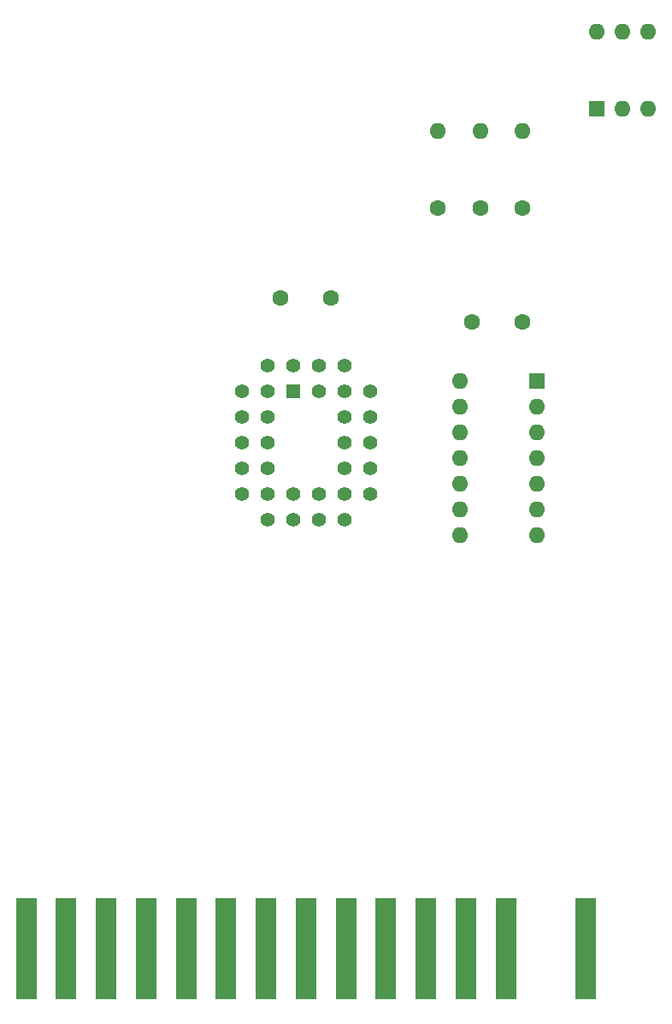
<source format=gbr>
G04 #@! TF.GenerationSoftware,KiCad,Pcbnew,8.0.2*
G04 #@! TF.CreationDate,2025-01-06T09:06:17+01:00*
G04 #@! TF.ProjectId,multicartridge-sst39sf010,6d756c74-6963-4617-9274-72696467652d,rev?*
G04 #@! TF.SameCoordinates,Original*
G04 #@! TF.FileFunction,Soldermask,Bot*
G04 #@! TF.FilePolarity,Negative*
%FSLAX46Y46*%
G04 Gerber Fmt 4.6, Leading zero omitted, Abs format (unit mm)*
G04 Created by KiCad (PCBNEW 8.0.2) date 2025-01-06 09:06:17*
%MOMM*%
%LPD*%
G01*
G04 APERTURE LIST*
%ADD10R,1.600000X1.600000*%
%ADD11O,1.600000X1.600000*%
%ADD12C,1.600000*%
%ADD13R,1.422400X1.422400*%
%ADD14C,1.422400*%
%ADD15R,2.000000X10.000000*%
G04 APERTURE END LIST*
D10*
X112014000Y-56134000D03*
D11*
X114554000Y-56134000D03*
X117094000Y-56134000D03*
X117094000Y-48514000D03*
X114554000Y-48514000D03*
X112014000Y-48514000D03*
D10*
X106045000Y-83058000D03*
D11*
X106045000Y-85598000D03*
X106045000Y-88138000D03*
X106045000Y-90678000D03*
X106045000Y-93218000D03*
X106045000Y-95758000D03*
X106045000Y-98298000D03*
X98425000Y-98298000D03*
X98425000Y-95758000D03*
X98425000Y-93218000D03*
X98425000Y-90678000D03*
X98425000Y-88138000D03*
X98425000Y-85598000D03*
X98425000Y-83058000D03*
D12*
X99647000Y-77143000D03*
X104647000Y-77143000D03*
X85685000Y-74785000D03*
X80685000Y-74785000D03*
X100457000Y-65913000D03*
D11*
X100457000Y-58293000D03*
D12*
X96266000Y-65913000D03*
D11*
X96266000Y-58293000D03*
D12*
X104648000Y-65913000D03*
D11*
X104648000Y-58293000D03*
D13*
X81915000Y-84074000D03*
D14*
X84455000Y-81534000D03*
X84455000Y-84074000D03*
X86995000Y-81534000D03*
X89535000Y-84074000D03*
X86995000Y-84074000D03*
X89535000Y-86614000D03*
X86995000Y-86614000D03*
X89535000Y-89154000D03*
X86995000Y-89154000D03*
X89535000Y-91694000D03*
X86995000Y-91694000D03*
X89535000Y-94234000D03*
X86995000Y-96774000D03*
X86995000Y-94234000D03*
X84455000Y-96774000D03*
X84455000Y-94234000D03*
X81915000Y-96774000D03*
X81915000Y-94234000D03*
X79375000Y-96774000D03*
X76835000Y-94234000D03*
X79375000Y-94234000D03*
X76835000Y-91694000D03*
X79375000Y-91694000D03*
X76835000Y-89154000D03*
X79375000Y-89154000D03*
X76835000Y-86614000D03*
X79375000Y-86614000D03*
X76835000Y-84074000D03*
X79375000Y-81534000D03*
X79375000Y-84074000D03*
X81915000Y-81534000D03*
D15*
X55465000Y-139192000D03*
X59425000Y-139192000D03*
X63385000Y-139192000D03*
X67345000Y-139192000D03*
X71305000Y-139192000D03*
X75265000Y-139192000D03*
X79225000Y-139192000D03*
X83185000Y-139192000D03*
X87145000Y-139192000D03*
X91105000Y-139192000D03*
X95065000Y-139192000D03*
X99025000Y-139192000D03*
X102985000Y-139192000D03*
X110905000Y-139192000D03*
M02*

</source>
